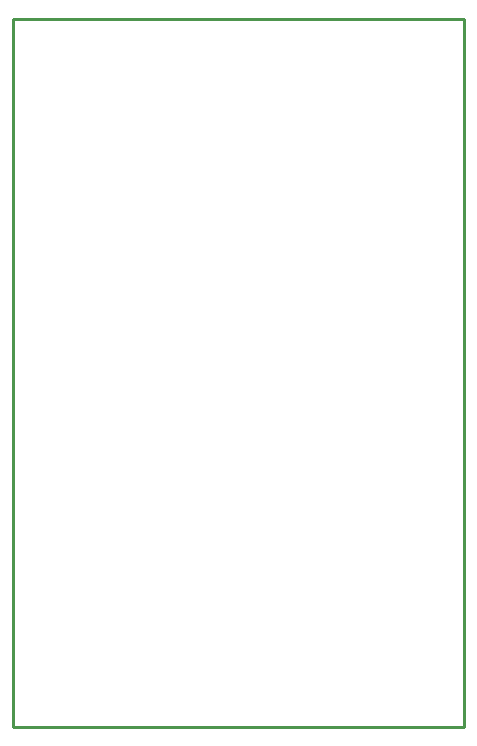
<source format=gm1>
%FSTAX23Y23*%
%MOIN*%
%SFA1B1*%

%IPPOS*%
%ADD12C,0.010000*%
%LNpcb2-1*%
%LPD*%
G54D12*
X011Y01045D02*
X02605D01*
X011Y03405D02*
X02605D01*
Y01045D02*
Y03405D01*
X011Y01045D02*
Y03405D01*
M02*
</source>
